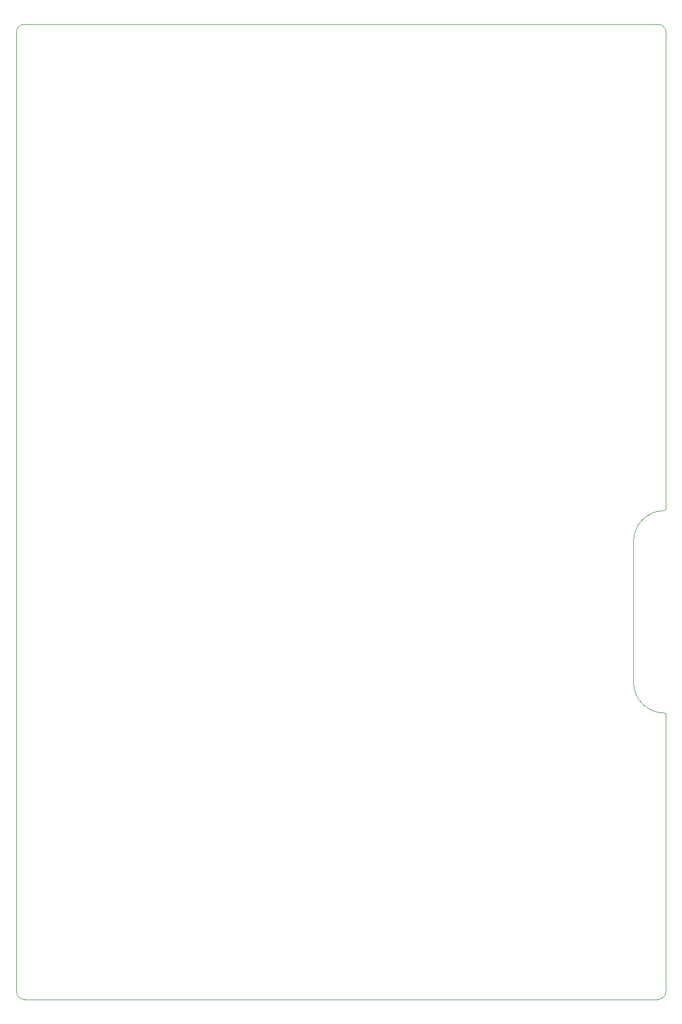
<source format=gbr>
%TF.GenerationSoftware,KiCad,Pcbnew,(5.1.9)-1*%
%TF.CreationDate,2021-03-12T00:20:13-08:00*%
%TF.ProjectId,ShotTimer,53686f74-5469-46d6-9572-2e6b69636164,rev?*%
%TF.SameCoordinates,Original*%
%TF.FileFunction,Profile,NP*%
%FSLAX46Y46*%
G04 Gerber Fmt 4.6, Leading zero omitted, Abs format (unit mm)*
G04 Created by KiCad (PCBNEW (5.1.9)-1) date 2021-03-12 00:20:13*
%MOMM*%
%LPD*%
G01*
G04 APERTURE LIST*
%TA.AperFunction,Profile*%
%ADD10C,0.050000*%
%TD*%
G04 APERTURE END LIST*
D10*
X130474720Y-109796580D02*
X130474720Y-131767580D01*
X135554720Y-136847580D02*
X135554720Y-180091080D01*
X135554720Y-30231080D02*
X135554720Y-104716580D01*
X130474720Y-131767580D02*
G75*
G03*
X135300720Y-136593580I4826000J0D01*
G01*
X135554720Y-136847580D02*
G75*
G03*
X135300720Y-136593580I-254000J0D01*
G01*
X135554720Y-104716580D02*
G75*
G02*
X135300720Y-104970580I-254000J0D01*
G01*
X130474720Y-109796580D02*
G75*
G02*
X135300720Y-104970580I4826000J0D01*
G01*
X135554720Y-180091080D02*
G75*
G02*
X134284720Y-181361080I-1270000J0D01*
G01*
X35224720Y-181361080D02*
G75*
G02*
X33954720Y-180091080I0J1270000D01*
G01*
X134284720Y-28961080D02*
G75*
G02*
X135554720Y-30231080I0J-1270000D01*
G01*
X33954720Y-30231080D02*
G75*
G02*
X35224720Y-28961080I1270000J0D01*
G01*
X35224720Y-181361080D02*
X134284720Y-181361080D01*
X35224720Y-28961080D02*
X134284720Y-28961080D01*
X33954720Y-180091080D02*
X33954720Y-30231080D01*
M02*

</source>
